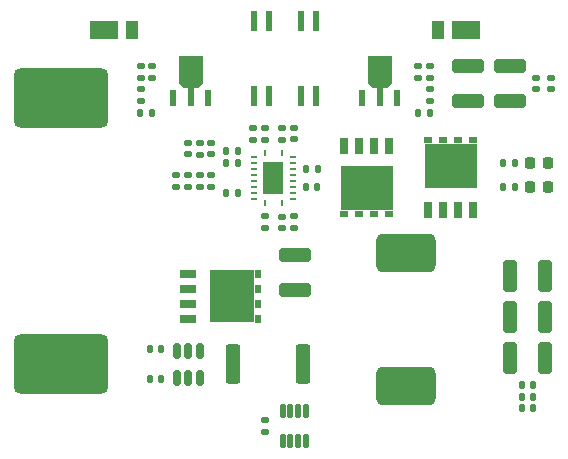
<source format=gbr>
%TF.GenerationSoftware,KiCad,Pcbnew,9.0.1*%
%TF.CreationDate,2025-07-05T19:11:37+01:00*%
%TF.ProjectId,PDB_AURA,5044425f-4155-4524-912e-6b696361645f,rev?*%
%TF.SameCoordinates,Original*%
%TF.FileFunction,Paste,Top*%
%TF.FilePolarity,Positive*%
%FSLAX46Y46*%
G04 Gerber Fmt 4.6, Leading zero omitted, Abs format (unit mm)*
G04 Created by KiCad (PCBNEW 9.0.1) date 2025-07-05 19:11:37*
%MOMM*%
%LPD*%
G01*
G04 APERTURE LIST*
G04 Aperture macros list*
%AMRoundRect*
0 Rectangle with rounded corners*
0 $1 Rounding radius*
0 $2 $3 $4 $5 $6 $7 $8 $9 X,Y pos of 4 corners*
0 Add a 4 corners polygon primitive as box body*
4,1,4,$2,$3,$4,$5,$6,$7,$8,$9,$2,$3,0*
0 Add four circle primitives for the rounded corners*
1,1,$1+$1,$2,$3*
1,1,$1+$1,$4,$5*
1,1,$1+$1,$6,$7*
1,1,$1+$1,$8,$9*
0 Add four rect primitives between the rounded corners*
20,1,$1+$1,$2,$3,$4,$5,0*
20,1,$1+$1,$4,$5,$6,$7,0*
20,1,$1+$1,$6,$7,$8,$9,0*
20,1,$1+$1,$8,$9,$2,$3,0*%
%AMOutline5P*
0 Free polygon, 5 corners , with rotation*
0 The origin of the aperture is its center*
0 number of corners: always 5*
0 $1 to $10 corner X, Y*
0 $11 Rotation angle, in degrees counterclockwise*
0 create outline with 5 corners*
4,1,5,$1,$2,$3,$4,$5,$6,$7,$8,$9,$10,$1,$2,$11*%
%AMOutline6P*
0 Free polygon, 6 corners , with rotation*
0 The origin of the aperture is its center*
0 number of corners: always 6*
0 $1 to $12 corner X, Y*
0 $13 Rotation angle, in degrees counterclockwise*
0 create outline with 6 corners*
4,1,6,$1,$2,$3,$4,$5,$6,$7,$8,$9,$10,$11,$12,$1,$2,$13*%
%AMOutline7P*
0 Free polygon, 7 corners , with rotation*
0 The origin of the aperture is its center*
0 number of corners: always 7*
0 $1 to $14 corner X, Y*
0 $15 Rotation angle, in degrees counterclockwise*
0 create outline with 7 corners*
4,1,7,$1,$2,$3,$4,$5,$6,$7,$8,$9,$10,$11,$12,$13,$14,$1,$2,$15*%
%AMOutline8P*
0 Free polygon, 8 corners , with rotation*
0 The origin of the aperture is its center*
0 number of corners: always 8*
0 $1 to $16 corner X, Y*
0 $17 Rotation angle, in degrees counterclockwise*
0 create outline with 8 corners*
4,1,8,$1,$2,$3,$4,$5,$6,$7,$8,$9,$10,$11,$12,$13,$14,$15,$16,$1,$2,$17*%
G04 Aperture macros list end*
%ADD10RoundRect,0.135000X-0.185000X0.135000X-0.185000X-0.135000X0.185000X-0.135000X0.185000X0.135000X0*%
%ADD11RoundRect,0.073750X-0.221250X0.736250X-0.221250X-0.736250X0.221250X-0.736250X0.221250X0.736250X0*%
%ADD12RoundRect,0.135000X0.185000X-0.135000X0.185000X0.135000X-0.185000X0.135000X-0.185000X-0.135000X0*%
%ADD13RoundRect,0.500000X3.500000X2.000000X-3.500000X2.000000X-3.500000X-2.000000X3.500000X-2.000000X0*%
%ADD14RoundRect,0.135000X0.135000X0.185000X-0.135000X0.185000X-0.135000X-0.185000X0.135000X-0.185000X0*%
%ADD15RoundRect,0.250000X1.100000X-0.325000X1.100000X0.325000X-1.100000X0.325000X-1.100000X-0.325000X0*%
%ADD16RoundRect,0.250000X-0.325000X-1.100000X0.325000X-1.100000X0.325000X1.100000X-0.325000X1.100000X0*%
%ADD17R,0.710000X1.372000*%
%ADD18R,4.520000X3.850000*%
%ADD19R,0.710000X0.590000*%
%ADD20RoundRect,0.140000X0.140000X0.170000X-0.140000X0.170000X-0.140000X-0.170000X0.140000X-0.170000X0*%
%ADD21RoundRect,0.140000X-0.170000X0.140000X-0.170000X-0.140000X0.170000X-0.140000X0.170000X0.140000X0*%
%ADD22RoundRect,0.218750X-0.218750X-0.256250X0.218750X-0.256250X0.218750X0.256250X-0.218750X0.256250X0*%
%ADD23RoundRect,0.140000X0.170000X-0.140000X0.170000X0.140000X-0.170000X0.140000X-0.170000X-0.140000X0*%
%ADD24RoundRect,0.135000X-0.135000X-0.185000X0.135000X-0.185000X0.135000X0.185000X-0.135000X0.185000X0*%
%ADD25R,0.480000X1.400000*%
%ADD26Outline6P,-1.000000X1.362500X1.000000X1.362500X1.000000X-0.962500X0.600000X-1.362500X-0.600000X-1.362500X-1.000000X-0.962500X0.000000*%
%ADD27R,0.560000X1.525000*%
%ADD28R,0.250000X0.600000*%
%ADD29R,0.600000X0.250000*%
%ADD30R,1.700000X2.700000*%
%ADD31RoundRect,0.140000X-0.140000X-0.170000X0.140000X-0.170000X0.140000X0.170000X-0.140000X0.170000X0*%
%ADD32RoundRect,0.060000X-0.180000X0.545000X-0.180000X-0.545000X0.180000X-0.545000X0.180000X0.545000X0*%
%ADD33R,1.372000X0.710000*%
%ADD34R,3.850000X4.520000*%
%ADD35R,0.590000X0.710000*%
%ADD36R,2.400000X1.500000*%
%ADD37R,1.050000X1.500000*%
%ADD38RoundRect,0.250000X-0.362500X-1.425000X0.362500X-1.425000X0.362500X1.425000X-0.362500X1.425000X0*%
%ADD39RoundRect,0.487500X-2.012500X1.137500X-2.012500X-1.137500X2.012500X-1.137500X2.012500X1.137500X0*%
%ADD40RoundRect,0.150000X0.150000X-0.512500X0.150000X0.512500X-0.150000X0.512500X-0.150000X-0.512500X0*%
%ADD41RoundRect,0.073750X0.221250X-0.736250X0.221250X0.736250X-0.221250X0.736250X-0.221250X-0.736250X0*%
G04 APERTURE END LIST*
D10*
%TO.C,R202*%
X72250000Y-66240000D03*
X72250000Y-67260000D03*
%TD*%
D11*
%TO.C,U301*%
X77635000Y-57172500D03*
X76365000Y-57172500D03*
X76365000Y-63562500D03*
X77635000Y-63562500D03*
%TD*%
D12*
%TO.C,R210*%
X75750000Y-74760000D03*
X75750000Y-73740000D03*
%TD*%
%TO.C,R201*%
X73250000Y-67260000D03*
X73250000Y-66240000D03*
%TD*%
D10*
%TO.C,R206*%
X68750000Y-70240000D03*
X68750000Y-71260000D03*
%TD*%
D12*
%TO.C,R200*%
X74750000Y-67260000D03*
X74750000Y-66240000D03*
%TD*%
D13*
%TO.C,J102*%
X56000000Y-63750000D03*
%TD*%
D14*
%TO.C,R203*%
X71010000Y-71750000D03*
X69990000Y-71750000D03*
%TD*%
D15*
%TO.C,C200*%
X90500000Y-63975000D03*
X90500000Y-61025000D03*
%TD*%
D16*
%TO.C,C205*%
X94025000Y-85750000D03*
X96975000Y-85750000D03*
%TD*%
D17*
%TO.C,Q200*%
X90905000Y-73211000D03*
D18*
X89000000Y-69500000D03*
D19*
X87095000Y-67280000D03*
X88365000Y-67280000D03*
X89635000Y-67280000D03*
X90905000Y-67280000D03*
D17*
X87095000Y-73211000D03*
X88365000Y-73211000D03*
X89635000Y-73211000D03*
%TD*%
D10*
%TO.C,R209*%
X73250000Y-73740000D03*
X73250000Y-74760000D03*
%TD*%
D20*
%TO.C,C104*%
X64480000Y-85000000D03*
X63520000Y-85000000D03*
%TD*%
D21*
%TO.C,C210*%
X74750000Y-73770000D03*
X74750000Y-74730000D03*
%TD*%
D22*
%TO.C,D200*%
X95712500Y-71250000D03*
X97287500Y-71250000D03*
%TD*%
D23*
%TO.C,C218*%
X97500000Y-62980000D03*
X97500000Y-62020000D03*
%TD*%
D21*
%TO.C,C212*%
X66750000Y-67520000D03*
X66750000Y-68480000D03*
%TD*%
D20*
%TO.C,C211*%
X70980000Y-69250000D03*
X70020000Y-69250000D03*
%TD*%
D24*
%TO.C,R211*%
X93410000Y-71250000D03*
X94430000Y-71250000D03*
%TD*%
D25*
%TO.C,Q300*%
X65500000Y-63688000D03*
D26*
X67000000Y-61500000D03*
D27*
X67000000Y-63625000D03*
D25*
X68500000Y-63688000D03*
%TD*%
D10*
%TO.C,R207*%
X66750000Y-70240000D03*
X66750000Y-71260000D03*
%TD*%
D24*
%TO.C,R208*%
X69990000Y-68250000D03*
X71010000Y-68250000D03*
%TD*%
%TO.C,C207*%
X76740000Y-69750000D03*
X77760000Y-69750000D03*
%TD*%
D28*
%TO.C,U200*%
X73250000Y-68350000D03*
D29*
X72350000Y-68750000D03*
X72350000Y-69250000D03*
X72350000Y-69750000D03*
X72350000Y-70250000D03*
X72350000Y-70750000D03*
X72350000Y-71250000D03*
X72350000Y-71750000D03*
X72350000Y-72250000D03*
D28*
X73250000Y-72650000D03*
X74750000Y-72650000D03*
D29*
X75650000Y-72250000D03*
X75650000Y-71750000D03*
X75650000Y-71250000D03*
X75650000Y-70750000D03*
X75650000Y-70250000D03*
X75650000Y-69750000D03*
X75650000Y-69250000D03*
X75650000Y-68750000D03*
D28*
X74750000Y-68350000D03*
D30*
X74000000Y-70500000D03*
%TD*%
D31*
%TO.C,C202*%
X95020000Y-88000000D03*
X95980000Y-88000000D03*
%TD*%
%TO.C,C209*%
X76770000Y-71250000D03*
X77730000Y-71250000D03*
%TD*%
D17*
%TO.C,Q201*%
X80019000Y-67754000D03*
D19*
X80019000Y-73568000D03*
X81289000Y-73568000D03*
X82559000Y-73568000D03*
X83829000Y-73568000D03*
D18*
X81924000Y-71348000D03*
D17*
X81289000Y-67754000D03*
X82559000Y-67754000D03*
X83829000Y-67754000D03*
%TD*%
D12*
%TO.C,R205*%
X67750000Y-71260000D03*
X67750000Y-70240000D03*
%TD*%
D31*
%TO.C,C203*%
X95020000Y-89000000D03*
X95980000Y-89000000D03*
%TD*%
%TO.C,C101*%
X63540000Y-87500000D03*
X64500000Y-87500000D03*
%TD*%
D24*
%TO.C,R101*%
X93410000Y-69250000D03*
X94430000Y-69250000D03*
%TD*%
D32*
%TO.C,U302*%
X76725000Y-90245000D03*
X76075000Y-90245000D03*
X75425000Y-90245000D03*
X74775000Y-90245000D03*
X74775000Y-92755000D03*
X75425000Y-92755000D03*
X76075000Y-92755000D03*
X76725000Y-92755000D03*
%TD*%
D10*
%TO.C,R204*%
X67750000Y-67490000D03*
X67750000Y-68510000D03*
%TD*%
D16*
%TO.C,C204*%
X94025000Y-82250000D03*
X96975000Y-82250000D03*
%TD*%
D33*
%TO.C,Q100*%
X66789000Y-82405000D03*
D34*
X70500000Y-80500000D03*
D35*
X72720000Y-78595000D03*
X72720000Y-79865000D03*
X72720000Y-81135000D03*
X72720000Y-82405000D03*
D33*
X66789000Y-78595000D03*
X66789000Y-79865000D03*
X66789000Y-81135000D03*
%TD*%
D21*
%TO.C,C214*%
X68750000Y-67520000D03*
X68750000Y-68480000D03*
%TD*%
D36*
%TO.C,D300*%
X59650000Y-58000000D03*
D37*
X62025000Y-58000000D03*
%TD*%
D31*
%TO.C,C215*%
X95020000Y-90000000D03*
X95980000Y-90000000D03*
%TD*%
D23*
%TO.C,C213*%
X65750000Y-71230000D03*
X65750000Y-70270000D03*
%TD*%
D22*
%TO.C,D100*%
X95712500Y-69250000D03*
X97287500Y-69250000D03*
%TD*%
D23*
%TO.C,C217*%
X96250000Y-62980000D03*
X96250000Y-62020000D03*
%TD*%
D24*
%TO.C,R307*%
X86240000Y-65000000D03*
X87260000Y-65000000D03*
%TD*%
D25*
%TO.C,Q301*%
X81500000Y-63688000D03*
D26*
X83000000Y-61500000D03*
D27*
X83000000Y-63625000D03*
D25*
X84500000Y-63688000D03*
%TD*%
D38*
%TO.C,R100*%
X70596500Y-86250000D03*
X76521500Y-86250000D03*
%TD*%
D21*
%TO.C,C300*%
X73280000Y-91020000D03*
X73280000Y-91980000D03*
%TD*%
D10*
%TO.C,R300*%
X62750000Y-62990000D03*
X62750000Y-64010000D03*
%TD*%
%TO.C,R306*%
X87250000Y-62990000D03*
X87250000Y-64010000D03*
%TD*%
D12*
%TO.C,R305*%
X86250000Y-62010000D03*
X86250000Y-60990000D03*
%TD*%
D39*
%TO.C,L200*%
X85250000Y-76875000D03*
X85250000Y-88125000D03*
%TD*%
D13*
%TO.C,J101*%
X56000000Y-86250000D03*
%TD*%
D14*
%TO.C,R301*%
X63760000Y-65000000D03*
X62740000Y-65000000D03*
%TD*%
D16*
%TO.C,C216*%
X94025000Y-78750000D03*
X96975000Y-78750000D03*
%TD*%
D12*
%TO.C,R302*%
X62760000Y-62010000D03*
X62760000Y-60990000D03*
%TD*%
D23*
%TO.C,C208*%
X75750000Y-67230000D03*
X75750000Y-66270000D03*
%TD*%
D12*
%TO.C,R303*%
X63750000Y-62010000D03*
X63750000Y-60990000D03*
%TD*%
D15*
%TO.C,C102*%
X75809000Y-79975000D03*
X75809000Y-77025000D03*
%TD*%
D36*
%TO.C,D301*%
X90350000Y-58000000D03*
D37*
X87975000Y-58000000D03*
%TD*%
D40*
%TO.C,U100*%
X65859000Y-87387500D03*
X66809000Y-87387500D03*
X67759000Y-87387500D03*
X67759000Y-85112500D03*
X66809000Y-85112500D03*
X65859000Y-85112500D03*
%TD*%
D12*
%TO.C,R304*%
X87250000Y-62010000D03*
X87250000Y-60990000D03*
%TD*%
D15*
%TO.C,C201*%
X94000000Y-63975000D03*
X94000000Y-61025000D03*
%TD*%
D41*
%TO.C,U300*%
X72365000Y-63562500D03*
X73635000Y-63562500D03*
X73635000Y-57172500D03*
X72365000Y-57172500D03*
%TD*%
M02*

</source>
